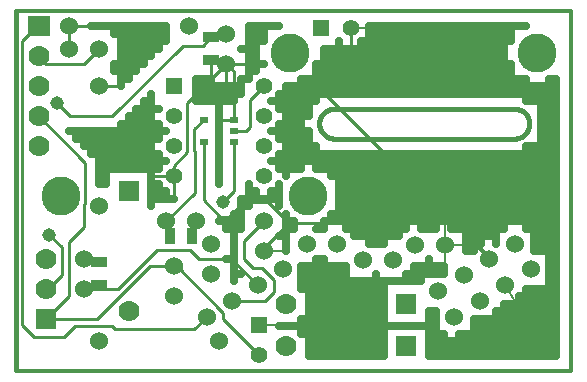
<source format=gbl>
G04 (created by PCBNEW-RS274X (20100406 SVN-R2508)-final) date 6/3/2010 10:02:14 PM*
G01*
G70*
G90*
%MOIN*%
G04 Gerber Fmt 3.4, Leading zero omitted, Abs format*
%FSLAX34Y34*%
G04 APERTURE LIST*
%ADD10C,0.006000*%
%ADD11C,0.012000*%
%ADD12C,0.015000*%
%ADD13C,0.070000*%
%ADD14R,0.070000X0.070000*%
%ADD15C,0.060000*%
%ADD16C,0.130000*%
%ADD17R,0.075000X0.070000*%
%ADD18R,0.030000X0.020000*%
%ADD19R,0.055000X0.035000*%
%ADD20R,0.035000X0.055000*%
%ADD21R,0.055000X0.055000*%
%ADD22C,0.055000*%
%ADD23C,0.045000*%
%ADD24C,0.010000*%
%ADD25C,0.008000*%
%ADD26C,0.025000*%
G04 APERTURE END LIST*
G54D10*
G54D11*
X39500Y-43250D02*
X21000Y-43250D01*
X39500Y-55250D02*
X39500Y-43250D01*
X21000Y-55250D02*
X39500Y-55250D01*
G54D12*
X21000Y-55200D02*
X21000Y-55000D01*
X31600Y-46500D02*
X31557Y-46502D01*
X31514Y-46508D01*
X31471Y-46518D01*
X31429Y-46531D01*
X31389Y-46547D01*
X31351Y-46567D01*
X31314Y-46591D01*
X31279Y-46617D01*
X31247Y-46647D01*
X31217Y-46679D01*
X31191Y-46714D01*
X31167Y-46751D01*
X31147Y-46789D01*
X31131Y-46829D01*
X31118Y-46871D01*
X31108Y-46914D01*
X31102Y-46957D01*
X31100Y-47000D01*
X31100Y-47000D02*
X31102Y-47043D01*
X31108Y-47086D01*
X31118Y-47129D01*
X31131Y-47171D01*
X31147Y-47211D01*
X31167Y-47249D01*
X31191Y-47286D01*
X31217Y-47321D01*
X31247Y-47353D01*
X31279Y-47383D01*
X31314Y-47409D01*
X31351Y-47433D01*
X31389Y-47453D01*
X31429Y-47469D01*
X31471Y-47482D01*
X31514Y-47492D01*
X31557Y-47498D01*
X31600Y-47500D01*
X37600Y-47500D02*
X37643Y-47498D01*
X37686Y-47492D01*
X37729Y-47482D01*
X37771Y-47469D01*
X37811Y-47453D01*
X37850Y-47433D01*
X37886Y-47409D01*
X37921Y-47383D01*
X37953Y-47353D01*
X37983Y-47321D01*
X38009Y-47286D01*
X38033Y-47249D01*
X38053Y-47211D01*
X38069Y-47171D01*
X38082Y-47129D01*
X38092Y-47086D01*
X38098Y-47043D01*
X38100Y-47000D01*
X38100Y-47000D02*
X38098Y-46957D01*
X38092Y-46914D01*
X38082Y-46871D01*
X38069Y-46829D01*
X38053Y-46789D01*
X38033Y-46751D01*
X38009Y-46714D01*
X37983Y-46679D01*
X37953Y-46647D01*
X37921Y-46617D01*
X37886Y-46591D01*
X37850Y-46567D01*
X37811Y-46547D01*
X37771Y-46531D01*
X37729Y-46518D01*
X37686Y-46508D01*
X37643Y-46502D01*
X37600Y-46500D01*
X31600Y-47500D02*
X37600Y-47500D01*
X37600Y-46500D02*
X31600Y-46500D01*
X21000Y-43250D02*
X21000Y-55000D01*
G54D13*
X24750Y-53250D03*
G54D14*
X24750Y-49250D03*
G54D13*
X30000Y-53000D03*
G54D14*
X34000Y-53000D03*
G54D13*
X30000Y-54400D03*
G54D14*
X34000Y-54400D03*
G54D15*
X23750Y-54250D03*
X27750Y-54250D03*
X23750Y-45750D03*
X23750Y-49750D03*
X22750Y-43750D03*
X26750Y-43750D03*
X37300Y-52375D03*
X36452Y-52905D03*
X35604Y-53435D03*
X38148Y-51845D03*
G54D16*
X38361Y-44637D03*
X30729Y-49407D03*
G54D15*
X29050Y-52375D03*
X28202Y-52905D03*
X27354Y-53435D03*
X29898Y-51845D03*
G54D16*
X30111Y-44637D03*
X22479Y-49407D03*
G54D15*
X36770Y-51527D03*
X35922Y-52057D03*
X35074Y-52587D03*
X37618Y-50997D03*
G54D16*
X38361Y-44637D03*
X30729Y-49407D03*
G54D15*
X29250Y-51250D03*
X29250Y-50250D03*
X32550Y-51550D03*
X33550Y-51550D03*
X31700Y-51000D03*
X30700Y-51000D03*
X35300Y-51050D03*
X34300Y-51050D03*
G54D17*
X21750Y-43750D03*
G54D13*
X21750Y-44750D03*
X21750Y-45740D03*
X21750Y-46760D03*
X21750Y-47750D03*
G54D18*
X28250Y-46875D03*
X28250Y-47625D03*
X27250Y-46875D03*
X28250Y-47250D03*
X27250Y-47625D03*
G54D15*
X26250Y-51750D03*
X26250Y-52750D03*
G54D19*
X23750Y-52375D03*
X23750Y-51625D03*
G54D15*
X23250Y-52500D03*
X23250Y-51500D03*
X23750Y-44500D03*
X22750Y-44500D03*
G54D20*
X26125Y-50750D03*
X26875Y-50750D03*
G54D15*
X26000Y-50250D03*
X27000Y-50250D03*
X26000Y-50250D03*
X27000Y-50250D03*
G54D19*
X27500Y-44125D03*
X27500Y-44875D03*
G54D15*
X28000Y-44000D03*
X28000Y-45000D03*
X28000Y-44000D03*
X28000Y-45000D03*
X27500Y-51000D03*
X27500Y-52000D03*
G54D21*
X26250Y-45750D03*
G54D22*
X26250Y-46750D03*
X26250Y-47750D03*
X26250Y-48750D03*
X29250Y-48750D03*
X29250Y-47750D03*
X29250Y-46750D03*
X29250Y-45750D03*
G54D13*
X22000Y-51500D03*
X22000Y-52500D03*
G54D14*
X22000Y-53500D03*
G54D21*
X31150Y-43800D03*
G54D22*
X32150Y-43800D03*
G54D21*
X29100Y-53700D03*
G54D22*
X29100Y-54700D03*
G54D23*
X22350Y-46300D03*
X22100Y-50700D03*
X27900Y-49600D03*
X29100Y-54700D03*
G54D24*
X28800Y-46200D02*
X29250Y-45750D01*
X24200Y-46750D02*
X26550Y-44400D01*
X27225Y-44400D02*
X27500Y-44125D01*
X26550Y-44400D02*
X27225Y-44400D01*
X22800Y-46750D02*
X24200Y-46750D01*
X22350Y-46300D02*
X22800Y-46750D01*
X28650Y-47250D02*
X28800Y-47100D01*
X28800Y-47100D02*
X28800Y-46200D01*
X28250Y-47250D02*
X28650Y-47250D01*
X27100Y-51500D02*
X28175Y-51500D01*
X26800Y-51200D02*
X27100Y-51500D01*
X25700Y-51200D02*
X26800Y-51200D01*
X24400Y-52500D02*
X25700Y-51200D01*
X29250Y-51250D02*
X29250Y-51150D01*
X31300Y-50300D02*
X33400Y-48200D01*
X30100Y-50300D02*
X31300Y-50300D01*
X29250Y-51150D02*
X30100Y-50300D01*
X32150Y-45800D02*
X31100Y-45800D01*
X22000Y-52500D02*
X22070Y-52500D01*
X22530Y-51130D02*
X22100Y-50700D01*
X22530Y-52040D02*
X22530Y-51130D01*
X22070Y-52500D02*
X22530Y-52040D01*
X27250Y-47625D02*
X27250Y-49550D01*
X29400Y-49600D02*
X30100Y-50300D01*
X28600Y-49600D02*
X29400Y-49600D01*
X36770Y-51527D02*
X36770Y-51470D01*
X32150Y-43800D02*
X32150Y-45800D01*
X31100Y-45800D02*
X30100Y-45800D01*
X28175Y-51500D02*
X29050Y-52375D01*
X28100Y-50100D02*
X28600Y-49600D01*
X27800Y-50100D02*
X28100Y-50100D01*
X36770Y-51470D02*
X31100Y-45800D01*
X27250Y-49550D02*
X27800Y-50100D01*
X23250Y-52500D02*
X24400Y-52500D01*
X28250Y-46875D02*
X28250Y-45250D01*
X28250Y-45250D02*
X28000Y-45000D01*
X29250Y-50250D02*
X28600Y-50900D01*
X29600Y-52600D02*
X29295Y-52905D01*
X29600Y-52200D02*
X29600Y-52600D01*
X29200Y-51800D02*
X29600Y-52200D01*
X28900Y-51800D02*
X29200Y-51800D01*
X28600Y-51500D02*
X28900Y-51800D01*
X28600Y-50900D02*
X28600Y-51500D01*
X28000Y-45000D02*
X26800Y-46200D01*
X26700Y-47950D02*
X26250Y-48400D01*
X26700Y-46300D02*
X26700Y-47950D01*
X26800Y-46200D02*
X26700Y-46300D01*
X26250Y-48400D02*
X26250Y-48750D01*
X29295Y-52905D02*
X28202Y-52905D01*
X21300Y-44150D02*
X21200Y-44250D01*
X21600Y-54100D02*
X22600Y-54100D01*
X26939Y-53850D02*
X27354Y-53435D01*
X24300Y-53850D02*
X26939Y-53850D01*
X24200Y-53750D02*
X24300Y-53850D01*
X22950Y-53750D02*
X24200Y-53750D01*
X22600Y-54100D02*
X22950Y-53750D01*
X21300Y-53800D02*
X21600Y-54100D01*
X21750Y-43750D02*
X21700Y-43750D01*
X21200Y-53700D02*
X21300Y-53800D01*
X21200Y-44250D02*
X21200Y-53700D01*
X21700Y-43750D02*
X21300Y-44150D01*
X26000Y-50250D02*
X26950Y-49300D01*
X26940Y-47185D02*
X27250Y-46875D01*
X26950Y-47920D02*
X26940Y-47910D01*
X26940Y-47910D02*
X26940Y-47185D01*
X26950Y-47920D02*
X26950Y-47925D01*
X26950Y-49300D02*
X26950Y-47920D01*
X28250Y-49250D02*
X27900Y-49600D01*
X28250Y-47625D02*
X28250Y-49250D01*
X23250Y-45000D02*
X23750Y-44500D01*
X21750Y-44750D02*
X22000Y-45000D01*
X22000Y-45000D02*
X23250Y-45000D01*
X21750Y-46750D02*
X23300Y-48300D01*
X25450Y-51750D02*
X26250Y-51750D01*
X23700Y-53500D02*
X25450Y-51750D01*
X22000Y-53500D02*
X23700Y-53500D01*
X23250Y-49700D02*
X23250Y-50450D01*
X22750Y-50950D02*
X23250Y-50450D01*
X22700Y-52800D02*
X22750Y-52750D01*
X23300Y-48300D02*
X23300Y-49650D01*
X23300Y-49650D02*
X23250Y-49700D01*
X22700Y-52800D02*
X22000Y-53500D01*
X27900Y-53500D02*
X27900Y-53300D01*
X27900Y-53300D02*
X26350Y-51750D01*
X26350Y-51750D02*
X26250Y-51750D01*
X29100Y-54700D02*
X27900Y-53500D01*
X22750Y-52750D02*
X22750Y-50950D01*
G54D25*
X29100Y-53700D02*
X29775Y-53700D01*
X32150Y-43800D02*
X32825Y-43800D01*
X32150Y-43800D02*
X32150Y-44475D01*
X35300Y-51050D02*
X35300Y-50350D01*
X35300Y-51050D02*
X36000Y-51050D01*
X35300Y-51050D02*
X35300Y-51750D01*
X29250Y-51250D02*
X29950Y-51250D01*
X36770Y-51527D02*
X36399Y-50933D01*
X37300Y-52375D02*
X37671Y-52969D01*
G54D26*
X39000Y-45500D02*
X39000Y-54750D01*
X38750Y-45500D02*
X38750Y-54750D01*
X38500Y-52500D02*
X38500Y-54750D01*
X38500Y-45750D02*
X38500Y-51250D01*
X38250Y-52500D02*
X38250Y-54750D01*
X38250Y-47750D02*
X38250Y-51250D01*
X38250Y-45750D02*
X38250Y-46250D01*
X38000Y-52500D02*
X38000Y-54750D01*
X38000Y-47750D02*
X38000Y-50500D01*
X38000Y-45500D02*
X38000Y-46250D01*
X37750Y-52750D02*
X37750Y-54750D01*
X37750Y-48000D02*
X37750Y-50250D01*
X37750Y-45500D02*
X37750Y-46000D01*
X37500Y-53000D02*
X37500Y-54750D01*
X37500Y-48000D02*
X37500Y-50250D01*
X37500Y-45000D02*
X37500Y-46000D01*
X37500Y-43750D02*
X37500Y-44250D01*
X37250Y-53000D02*
X37250Y-54750D01*
X37250Y-48000D02*
X37250Y-50500D01*
X37250Y-43750D02*
X37250Y-46000D01*
X37000Y-53250D02*
X37000Y-54750D01*
X37000Y-48000D02*
X37000Y-51000D01*
X37000Y-43750D02*
X37000Y-46000D01*
X36750Y-53500D02*
X36750Y-54750D01*
X36750Y-48000D02*
X36750Y-50750D01*
X36750Y-43750D02*
X36750Y-46000D01*
X36500Y-53500D02*
X36500Y-54750D01*
X36500Y-48000D02*
X36500Y-51000D01*
X36500Y-43750D02*
X36500Y-46000D01*
X36250Y-53500D02*
X36250Y-54750D01*
X36250Y-48000D02*
X36250Y-51250D01*
X36250Y-43750D02*
X36250Y-46000D01*
X36000Y-54000D02*
X36000Y-54750D01*
X36000Y-48000D02*
X36000Y-51250D01*
X36000Y-43750D02*
X36000Y-46000D01*
X35750Y-54000D02*
X35750Y-54750D01*
X35750Y-48000D02*
X35750Y-50500D01*
X35750Y-43750D02*
X35750Y-46000D01*
X35500Y-54250D02*
X35500Y-54750D01*
X35500Y-48000D02*
X35500Y-50500D01*
X35500Y-43750D02*
X35500Y-46000D01*
X35250Y-54000D02*
X35250Y-54750D01*
X35250Y-51750D02*
X35250Y-52000D01*
X35250Y-48000D02*
X35250Y-50250D01*
X35250Y-43750D02*
X35250Y-46000D01*
X35000Y-53250D02*
X35000Y-54750D01*
X35000Y-51750D02*
X35000Y-52000D01*
X35000Y-48000D02*
X35000Y-50500D01*
X35000Y-43750D02*
X35000Y-46000D01*
X34750Y-53250D02*
X34750Y-54750D01*
X34750Y-51500D02*
X34750Y-52000D01*
X34750Y-48000D02*
X34750Y-50500D01*
X34750Y-43750D02*
X34750Y-46000D01*
X34500Y-51750D02*
X34500Y-52250D01*
X34500Y-48000D02*
X34500Y-50500D01*
X34500Y-43750D02*
X34500Y-46000D01*
X34250Y-51750D02*
X34250Y-52250D01*
X34250Y-48000D02*
X34250Y-50250D01*
X34250Y-43750D02*
X34250Y-46000D01*
X34000Y-52000D02*
X34000Y-52250D01*
X34000Y-48000D02*
X34000Y-50500D01*
X34000Y-43750D02*
X34000Y-46000D01*
X33750Y-48000D02*
X33750Y-50750D01*
X33750Y-43750D02*
X33750Y-46000D01*
X33500Y-48000D02*
X33500Y-50750D01*
X33500Y-43750D02*
X33500Y-46000D01*
X33250Y-52250D02*
X33250Y-54750D01*
X33250Y-48000D02*
X33250Y-51000D01*
X33250Y-43750D02*
X33250Y-46000D01*
X33000Y-52000D02*
X33000Y-54750D01*
X33000Y-48000D02*
X33000Y-51000D01*
X33000Y-43750D02*
X33000Y-46000D01*
X32750Y-52250D02*
X32750Y-54750D01*
X32750Y-48000D02*
X32750Y-51000D01*
X32750Y-43750D02*
X32750Y-46000D01*
X32500Y-52250D02*
X32500Y-54750D01*
X32500Y-48000D02*
X32500Y-50750D01*
X32500Y-44250D02*
X32500Y-46000D01*
X32250Y-52250D02*
X32250Y-54750D01*
X32250Y-48000D02*
X32250Y-50750D01*
X32250Y-44500D02*
X32250Y-46000D01*
X32000Y-51750D02*
X32000Y-54750D01*
X32000Y-48000D02*
X32000Y-50500D01*
X32000Y-44500D02*
X32000Y-46000D01*
X31750Y-51750D02*
X31750Y-54750D01*
X31750Y-48000D02*
X31750Y-50250D01*
X31750Y-44250D02*
X31750Y-46000D01*
X31500Y-51750D02*
X31500Y-54750D01*
X31500Y-50000D02*
X31500Y-50250D01*
X31500Y-48000D02*
X31500Y-48750D01*
X31500Y-44500D02*
X31500Y-46000D01*
X31250Y-51500D02*
X31250Y-54750D01*
X31250Y-50250D02*
X31250Y-50500D01*
X31250Y-48000D02*
X31250Y-48500D01*
X31250Y-44500D02*
X31250Y-46000D01*
X31000Y-51500D02*
X31000Y-54750D01*
X31000Y-47750D02*
X31000Y-48500D01*
X31000Y-45000D02*
X31000Y-46250D01*
X30750Y-51750D02*
X30750Y-54750D01*
X30750Y-47250D02*
X30750Y-48250D01*
X30750Y-45500D02*
X30750Y-46750D01*
X30500Y-53500D02*
X30500Y-54000D01*
X30500Y-51750D02*
X30500Y-52500D01*
X30500Y-45500D02*
X30500Y-48500D01*
X30250Y-50250D02*
X30250Y-50500D01*
X30250Y-45750D02*
X30250Y-48500D01*
X30000Y-50000D02*
X30000Y-51250D01*
X30000Y-45750D02*
X30000Y-48750D01*
X29750Y-49000D02*
X29750Y-49750D01*
X29750Y-48000D02*
X29750Y-48500D01*
X29750Y-47000D02*
X29750Y-47500D01*
X29750Y-46000D02*
X29750Y-46500D01*
X29500Y-49250D02*
X29500Y-49500D01*
X29000Y-49250D02*
X29000Y-49500D01*
X28750Y-49000D02*
X28750Y-49750D01*
X28500Y-49500D02*
X28500Y-50500D01*
X28250Y-50000D02*
X28250Y-52250D01*
X28000Y-50250D02*
X28000Y-50500D01*
X34750Y-54750D02*
X39000Y-54750D01*
X30750Y-54750D02*
X33250Y-54750D01*
X34750Y-54500D02*
X39000Y-54500D01*
X30750Y-54500D02*
X33250Y-54500D01*
X34750Y-54250D02*
X39000Y-54250D01*
X30750Y-54250D02*
X33250Y-54250D01*
X35750Y-54000D02*
X39000Y-54000D01*
X34750Y-54000D02*
X35250Y-54000D01*
X30500Y-54000D02*
X33250Y-54000D01*
X36250Y-53750D02*
X39000Y-53750D01*
X29750Y-53750D02*
X35000Y-53750D01*
X36250Y-53500D02*
X39000Y-53500D01*
X34750Y-53500D02*
X35000Y-53500D01*
X30500Y-53500D02*
X33250Y-53500D01*
X37000Y-53250D02*
X39000Y-53250D01*
X34750Y-53250D02*
X35000Y-53250D01*
X30750Y-53250D02*
X33250Y-53250D01*
X37250Y-53000D02*
X39000Y-53000D01*
X30750Y-53000D02*
X33250Y-53000D01*
X37750Y-52750D02*
X39000Y-52750D01*
X30750Y-52750D02*
X33250Y-52750D01*
X38000Y-52500D02*
X39000Y-52500D01*
X30500Y-52500D02*
X33250Y-52500D01*
X38750Y-52250D02*
X39000Y-52250D01*
X30500Y-52250D02*
X34500Y-52250D01*
X38750Y-52000D02*
X39000Y-52000D01*
X34000Y-52000D02*
X35250Y-52000D01*
X30500Y-52000D02*
X32000Y-52000D01*
X28250Y-52000D02*
X28500Y-52000D01*
X38750Y-51750D02*
X39000Y-51750D01*
X34250Y-51750D02*
X35250Y-51750D01*
X30500Y-51750D02*
X32000Y-51750D01*
X38750Y-51500D02*
X39000Y-51500D01*
X31000Y-51500D02*
X31250Y-51500D01*
X28000Y-51500D02*
X28250Y-51500D01*
X38250Y-51250D02*
X39000Y-51250D01*
X36000Y-51250D02*
X36250Y-51250D01*
X38250Y-51000D02*
X39000Y-51000D01*
X36000Y-51000D02*
X36500Y-51000D01*
X32750Y-51000D02*
X33250Y-51000D01*
X38250Y-50750D02*
X39000Y-50750D01*
X36000Y-50750D02*
X37000Y-50750D01*
X32250Y-50750D02*
X33750Y-50750D01*
X29750Y-50750D02*
X30000Y-50750D01*
X38000Y-50500D02*
X39000Y-50500D01*
X35500Y-50500D02*
X37250Y-50500D01*
X34500Y-50500D02*
X35000Y-50500D01*
X32000Y-50500D02*
X34000Y-50500D01*
X31000Y-50500D02*
X31250Y-50500D01*
X30000Y-50500D02*
X30250Y-50500D01*
X28000Y-50500D02*
X28500Y-50500D01*
X31250Y-50250D02*
X39000Y-50250D01*
X30000Y-50250D02*
X30250Y-50250D01*
X27750Y-50250D02*
X28500Y-50250D01*
X31500Y-50000D02*
X39000Y-50000D01*
X28250Y-50000D02*
X28500Y-50000D01*
X31750Y-49750D02*
X39000Y-49750D01*
X28500Y-49750D02*
X28750Y-49750D01*
X31750Y-49500D02*
X39000Y-49500D01*
X28500Y-49500D02*
X29750Y-49500D01*
X31750Y-49250D02*
X39000Y-49250D01*
X29500Y-49250D02*
X29750Y-49250D01*
X28750Y-49250D02*
X29000Y-49250D01*
X31750Y-49000D02*
X39000Y-49000D01*
X31500Y-48750D02*
X39000Y-48750D01*
X31000Y-48500D02*
X39000Y-48500D01*
X29750Y-48500D02*
X30500Y-48500D01*
X29500Y-48250D02*
X39000Y-48250D01*
X29750Y-48000D02*
X39000Y-48000D01*
X38000Y-47750D02*
X39000Y-47750D01*
X30000Y-47750D02*
X31000Y-47750D01*
X38500Y-47500D02*
X39000Y-47500D01*
X29750Y-47500D02*
X30750Y-47500D01*
X38500Y-47250D02*
X39000Y-47250D01*
X29500Y-47250D02*
X30750Y-47250D01*
X38500Y-47000D02*
X39000Y-47000D01*
X29750Y-47000D02*
X30500Y-47000D01*
X38500Y-46750D02*
X39000Y-46750D01*
X30000Y-46750D02*
X30750Y-46750D01*
X38500Y-46500D02*
X39000Y-46500D01*
X29750Y-46500D02*
X30750Y-46500D01*
X38000Y-46250D02*
X39000Y-46250D01*
X29500Y-46250D02*
X31000Y-46250D01*
X29750Y-46000D02*
X39000Y-46000D01*
X30000Y-45750D02*
X39000Y-45750D01*
X38750Y-45500D02*
X39000Y-45500D01*
X30500Y-45500D02*
X38000Y-45500D01*
X31000Y-45250D02*
X37500Y-45250D01*
X31000Y-45000D02*
X37500Y-45000D01*
X31250Y-44750D02*
X37250Y-44750D01*
X31250Y-44500D02*
X37250Y-44500D01*
X32500Y-44250D02*
X37500Y-44250D01*
X32750Y-44000D02*
X37500Y-44000D01*
X32750Y-43750D02*
X38000Y-43750D01*
G54D24*
X28000Y-45000D02*
X28000Y-45700D01*
X28000Y-45000D02*
X28700Y-45000D01*
X28000Y-45000D02*
X28000Y-45700D01*
X28000Y-45000D02*
X28700Y-45000D01*
X27500Y-44875D02*
X27500Y-45450D01*
X22750Y-44500D02*
X22750Y-43800D01*
X28250Y-46875D02*
X27700Y-46875D01*
X28250Y-46875D02*
X28250Y-46375D01*
X22750Y-43750D02*
X23450Y-43750D01*
X23750Y-45750D02*
X24450Y-45750D01*
G54D26*
X29250Y-43750D02*
X29250Y-44250D01*
X29000Y-43750D02*
X29000Y-45250D01*
X28750Y-43750D02*
X28750Y-45500D01*
X28500Y-45500D02*
X28500Y-46000D01*
X28250Y-45750D02*
X28250Y-46250D01*
X28000Y-45750D02*
X28000Y-46250D01*
X27750Y-45750D02*
X27750Y-49000D01*
X27500Y-45500D02*
X27500Y-46250D01*
X27250Y-45500D02*
X27250Y-46250D01*
X27000Y-45500D02*
X27000Y-46250D01*
X26000Y-43750D02*
X26000Y-44250D01*
X25750Y-43750D02*
X25750Y-44500D01*
X25500Y-43750D02*
X25500Y-44750D01*
X25250Y-43750D02*
X25250Y-45000D01*
X25000Y-43750D02*
X25000Y-45250D01*
X24750Y-43750D02*
X24750Y-45500D01*
X24500Y-43750D02*
X24500Y-45750D01*
X24250Y-45000D02*
X24250Y-45250D01*
X24250Y-43750D02*
X24250Y-44000D01*
X27000Y-46250D02*
X28250Y-46250D01*
X27000Y-46000D02*
X28500Y-46000D01*
X27000Y-45750D02*
X28500Y-45750D01*
X28500Y-45500D02*
X28750Y-45500D01*
X27000Y-45500D02*
X27500Y-45500D01*
X24500Y-45500D02*
X24750Y-45500D01*
X28750Y-45250D02*
X29000Y-45250D01*
X24250Y-45250D02*
X25000Y-45250D01*
X28750Y-45000D02*
X29250Y-45000D01*
X24250Y-45000D02*
X25250Y-45000D01*
X28750Y-44750D02*
X29000Y-44750D01*
X24500Y-44750D02*
X25500Y-44750D01*
X28500Y-44500D02*
X29000Y-44500D01*
X24500Y-44500D02*
X25750Y-44500D01*
X28750Y-44250D02*
X29250Y-44250D01*
X24500Y-44250D02*
X26000Y-44250D01*
X28750Y-44000D02*
X29250Y-44000D01*
X24250Y-44000D02*
X26000Y-44000D01*
X28750Y-43750D02*
X29750Y-43750D01*
X23500Y-43750D02*
X26000Y-43750D01*
G54D24*
X26250Y-48750D02*
X26250Y-49425D01*
X26250Y-48750D02*
X25575Y-48750D01*
X28000Y-45000D02*
X28000Y-45700D01*
X28000Y-45000D02*
X28700Y-45000D01*
X28000Y-45000D02*
X28000Y-45700D01*
X28000Y-45000D02*
X28700Y-45000D01*
X27500Y-44875D02*
X27500Y-45450D01*
X28250Y-46875D02*
X27700Y-46875D01*
X28250Y-46875D02*
X28250Y-46375D01*
G54D26*
X29250Y-43750D02*
X29250Y-44250D01*
X29000Y-43750D02*
X29000Y-45250D01*
X28750Y-43750D02*
X28750Y-45500D01*
X28500Y-45500D02*
X28500Y-46000D01*
X28250Y-45750D02*
X28250Y-46250D01*
X28000Y-45750D02*
X28000Y-46250D01*
X27750Y-45750D02*
X27750Y-49000D01*
X27500Y-45500D02*
X27500Y-46250D01*
X27250Y-45500D02*
X27250Y-46250D01*
X27000Y-45500D02*
X27000Y-46250D01*
X26000Y-49250D02*
X26000Y-49500D01*
X25750Y-49000D02*
X25750Y-49500D01*
X25750Y-48000D02*
X25750Y-48500D01*
X25750Y-47000D02*
X25750Y-47500D01*
X25500Y-46000D02*
X25500Y-49750D01*
X25250Y-46250D02*
X25250Y-48500D01*
X25000Y-46500D02*
X25000Y-48500D01*
X24750Y-46750D02*
X24750Y-48500D01*
X24500Y-47000D02*
X24500Y-48500D01*
X24250Y-47250D02*
X24250Y-48500D01*
X24000Y-47250D02*
X24000Y-49000D01*
X23750Y-47250D02*
X23750Y-49000D01*
X23500Y-47250D02*
X23500Y-48000D01*
X23250Y-47250D02*
X23250Y-47750D01*
X23000Y-47250D02*
X23000Y-47500D01*
X25500Y-49500D02*
X26250Y-49500D01*
X25500Y-49250D02*
X26000Y-49250D01*
X25500Y-49000D02*
X25750Y-49000D01*
X23750Y-49000D02*
X24000Y-49000D01*
X23750Y-48750D02*
X24000Y-48750D01*
X23750Y-48500D02*
X25750Y-48500D01*
X23750Y-48250D02*
X26000Y-48250D01*
X23500Y-48000D02*
X25750Y-48000D01*
X23250Y-47750D02*
X25500Y-47750D01*
X23000Y-47500D02*
X25750Y-47500D01*
X22750Y-47250D02*
X26000Y-47250D01*
X24500Y-47000D02*
X25750Y-47000D01*
X24750Y-46750D02*
X25500Y-46750D01*
X25000Y-46500D02*
X25750Y-46500D01*
X27000Y-46250D02*
X28250Y-46250D01*
X25250Y-46250D02*
X25500Y-46250D01*
X27000Y-46000D02*
X28500Y-46000D01*
X27000Y-45750D02*
X28500Y-45750D01*
X28500Y-45500D02*
X28750Y-45500D01*
X27000Y-45500D02*
X27500Y-45500D01*
X28750Y-45250D02*
X29000Y-45250D01*
X28750Y-45000D02*
X29250Y-45000D01*
X28750Y-44750D02*
X29000Y-44750D01*
X28500Y-44500D02*
X29000Y-44500D01*
X28750Y-44250D02*
X29250Y-44250D01*
X28750Y-44000D02*
X29250Y-44000D01*
X28750Y-43750D02*
X29750Y-43750D01*
M02*

</source>
